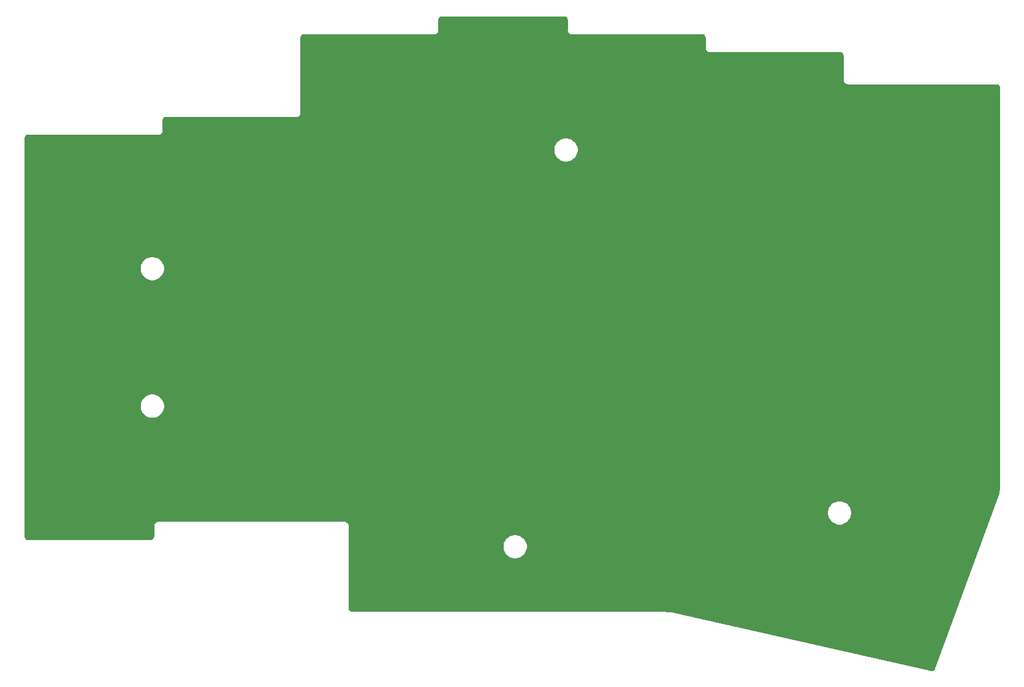
<source format=gbr>
%TF.GenerationSoftware,KiCad,Pcbnew,(5.1.10)-1*%
%TF.CreationDate,2021-08-29T08:26:45+09:00*%
%TF.ProjectId,bottom_pcb,626f7474-6f6d-45f7-9063-622e6b696361,rev?*%
%TF.SameCoordinates,Original*%
%TF.FileFunction,Copper,L2,Bot*%
%TF.FilePolarity,Positive*%
%FSLAX46Y46*%
G04 Gerber Fmt 4.6, Leading zero omitted, Abs format (unit mm)*
G04 Created by KiCad (PCBNEW (5.1.10)-1) date 2021-08-29 08:26:45*
%MOMM*%
%LPD*%
G01*
G04 APERTURE LIST*
%TA.AperFunction,NonConductor*%
%ADD10C,0.254000*%
%TD*%
%TA.AperFunction,NonConductor*%
%ADD11C,0.100000*%
%TD*%
G04 APERTURE END LIST*
D10*
X95526689Y-18569501D02*
X95617066Y-18578363D01*
X95670615Y-18594530D01*
X95719998Y-18620788D01*
X95763346Y-18656141D01*
X95799001Y-18699240D01*
X95825602Y-18748437D01*
X95842143Y-18801875D01*
X95851402Y-18889964D01*
X95851401Y-20301122D01*
X95847966Y-20336000D01*
X95861674Y-20475184D01*
X95902273Y-20609020D01*
X95968201Y-20732363D01*
X96056926Y-20840475D01*
X96133713Y-20903492D01*
X96165038Y-20929200D01*
X96288381Y-20995128D01*
X96422217Y-21035727D01*
X96561401Y-21049435D01*
X96596278Y-21046000D01*
X114576679Y-21046000D01*
X114667066Y-21054863D01*
X114720615Y-21071030D01*
X114769998Y-21097288D01*
X114813346Y-21132641D01*
X114849001Y-21175740D01*
X114875602Y-21224937D01*
X114892143Y-21278375D01*
X114901402Y-21366464D01*
X114901401Y-22777632D01*
X114897967Y-22812500D01*
X114901401Y-22847369D01*
X114901401Y-22847376D01*
X114911674Y-22951683D01*
X114952273Y-23085519D01*
X115018201Y-23208862D01*
X115106926Y-23316974D01*
X115215038Y-23405700D01*
X115338381Y-23471628D01*
X115472217Y-23512227D01*
X115611401Y-23525935D01*
X115646288Y-23522499D01*
X133626679Y-23522501D01*
X133717066Y-23531364D01*
X133770615Y-23547531D01*
X133819999Y-23573789D01*
X133863346Y-23609142D01*
X133898998Y-23652237D01*
X133925600Y-23701438D01*
X133942142Y-23754877D01*
X133951401Y-23842964D01*
X133951400Y-27191565D01*
X133947965Y-27226442D01*
X133961673Y-27365626D01*
X134002272Y-27499462D01*
X134068200Y-27622805D01*
X134156925Y-27730917D01*
X134235861Y-27795698D01*
X134265037Y-27819642D01*
X134388380Y-27885570D01*
X134522216Y-27926169D01*
X134661400Y-27939877D01*
X134696277Y-27936442D01*
X155230652Y-27936442D01*
X155321039Y-27945305D01*
X155374588Y-27961472D01*
X155423971Y-27987730D01*
X155467319Y-28023083D01*
X155502974Y-28066182D01*
X155529575Y-28115379D01*
X155546116Y-28168817D01*
X155555375Y-28256906D01*
X155555374Y-83839067D01*
X155526735Y-84131151D01*
X155468252Y-84340613D01*
X146640440Y-108594838D01*
X146601200Y-108676738D01*
X146567692Y-108721528D01*
X146526124Y-108758957D01*
X146478085Y-108787593D01*
X146425389Y-108806358D01*
X146370051Y-108814529D01*
X146292756Y-108810749D01*
X146279161Y-108808214D01*
X111060923Y-100857619D01*
X111045321Y-100855677D01*
X110280388Y-100718239D01*
X110273384Y-100717455D01*
X110266514Y-100715888D01*
X110202506Y-100708651D01*
X109023519Y-100629304D01*
X109000092Y-100626976D01*
X66163378Y-100589408D01*
X66072989Y-100580466D01*
X66019455Y-100564252D01*
X65970094Y-100537951D01*
X65926777Y-100502559D01*
X65891164Y-100459433D01*
X65864601Y-100410202D01*
X65848108Y-100356757D01*
X65838901Y-100268416D01*
X65838901Y-91599317D01*
X86961800Y-91599317D01*
X86961800Y-91941083D01*
X87028475Y-92276281D01*
X87159263Y-92592031D01*
X87349137Y-92876198D01*
X87590802Y-93117863D01*
X87874969Y-93307737D01*
X88190719Y-93438525D01*
X88525917Y-93505200D01*
X88867683Y-93505200D01*
X89202881Y-93438525D01*
X89518631Y-93307737D01*
X89802798Y-93117863D01*
X90044463Y-92876198D01*
X90234337Y-92592031D01*
X90365125Y-92276281D01*
X90431800Y-91941083D01*
X90431800Y-91599317D01*
X90365125Y-91264119D01*
X90234337Y-90948369D01*
X90044463Y-90664202D01*
X89802798Y-90422537D01*
X89518631Y-90232663D01*
X89202881Y-90101875D01*
X88867683Y-90035200D01*
X88525917Y-90035200D01*
X88190719Y-90101875D01*
X87874969Y-90232663D01*
X87590802Y-90422537D01*
X87349137Y-90664202D01*
X87159263Y-90948369D01*
X87028475Y-91264119D01*
X86961800Y-91599317D01*
X65838901Y-91599317D01*
X65838901Y-88950877D01*
X65842336Y-88916000D01*
X65828628Y-88776816D01*
X65788029Y-88642980D01*
X65722101Y-88519637D01*
X65633376Y-88411525D01*
X65525264Y-88322800D01*
X65401921Y-88256872D01*
X65268085Y-88216273D01*
X65163778Y-88206000D01*
X65128901Y-88202565D01*
X65094024Y-88206000D01*
X39446278Y-88206000D01*
X39411401Y-88202565D01*
X39376524Y-88206000D01*
X39272217Y-88216273D01*
X39138381Y-88256872D01*
X39015038Y-88322800D01*
X38906926Y-88411525D01*
X38818201Y-88519637D01*
X38752273Y-88642980D01*
X38711674Y-88776816D01*
X38697966Y-88916000D01*
X38701402Y-88950887D01*
X38701401Y-90357789D01*
X38692540Y-90448165D01*
X38676372Y-90501714D01*
X38650113Y-90551100D01*
X38614762Y-90594445D01*
X38571666Y-90630097D01*
X38522459Y-90656703D01*
X38469026Y-90673243D01*
X38380946Y-90682501D01*
X21396133Y-90682501D01*
X21305738Y-90673638D01*
X21252188Y-90657470D01*
X21202805Y-90631212D01*
X21159455Y-90595857D01*
X21123803Y-90552761D01*
X21097201Y-90503563D01*
X21080660Y-90450125D01*
X21071402Y-90362045D01*
X21071402Y-86925717D01*
X131792800Y-86925717D01*
X131792800Y-87267483D01*
X131859475Y-87602681D01*
X131990263Y-87918431D01*
X132180137Y-88202598D01*
X132421802Y-88444263D01*
X132705969Y-88634137D01*
X133021719Y-88764925D01*
X133356917Y-88831600D01*
X133698683Y-88831600D01*
X134033881Y-88764925D01*
X134349631Y-88634137D01*
X134633798Y-88444263D01*
X134875463Y-88202598D01*
X135065337Y-87918431D01*
X135196125Y-87602681D01*
X135262800Y-87267483D01*
X135262800Y-86925717D01*
X135196125Y-86590519D01*
X135065337Y-86274769D01*
X134875463Y-85990602D01*
X134633798Y-85748937D01*
X134349631Y-85559063D01*
X134033881Y-85428275D01*
X133698683Y-85361600D01*
X133356917Y-85361600D01*
X133021719Y-85428275D01*
X132705969Y-85559063D01*
X132421802Y-85748937D01*
X132180137Y-85990602D01*
X131990263Y-86274769D01*
X131859475Y-86590519D01*
X131792800Y-86925717D01*
X21071402Y-86925717D01*
X21071402Y-72168317D01*
X36843800Y-72168317D01*
X36843800Y-72510083D01*
X36910475Y-72845281D01*
X37041263Y-73161031D01*
X37231137Y-73445198D01*
X37472802Y-73686863D01*
X37756969Y-73876737D01*
X38072719Y-74007525D01*
X38407917Y-74074200D01*
X38749683Y-74074200D01*
X39084881Y-74007525D01*
X39400631Y-73876737D01*
X39684798Y-73686863D01*
X39926463Y-73445198D01*
X40116337Y-73161031D01*
X40247125Y-72845281D01*
X40313800Y-72510083D01*
X40313800Y-72168317D01*
X40247125Y-71833119D01*
X40116337Y-71517369D01*
X39926463Y-71233202D01*
X39684798Y-70991537D01*
X39400631Y-70801663D01*
X39084881Y-70670875D01*
X38749683Y-70604200D01*
X38407917Y-70604200D01*
X38072719Y-70670875D01*
X37756969Y-70801663D01*
X37472802Y-70991537D01*
X37231137Y-71233202D01*
X37041263Y-71517369D01*
X36910475Y-71833119D01*
X36843800Y-72168317D01*
X21071402Y-72168317D01*
X21071401Y-53143717D01*
X36843800Y-53143717D01*
X36843800Y-53485483D01*
X36910475Y-53820681D01*
X37041263Y-54136431D01*
X37231137Y-54420598D01*
X37472802Y-54662263D01*
X37756969Y-54852137D01*
X38072719Y-54982925D01*
X38407917Y-55049600D01*
X38749683Y-55049600D01*
X39084881Y-54982925D01*
X39400631Y-54852137D01*
X39684798Y-54662263D01*
X39926463Y-54420598D01*
X40116337Y-54136431D01*
X40247125Y-53820681D01*
X40313800Y-53485483D01*
X40313800Y-53143717D01*
X40247125Y-52808519D01*
X40116337Y-52492769D01*
X39926463Y-52208602D01*
X39684798Y-51966937D01*
X39400631Y-51777063D01*
X39084881Y-51646275D01*
X38749683Y-51579600D01*
X38407917Y-51579600D01*
X38072719Y-51646275D01*
X37756969Y-51777063D01*
X37472802Y-51966937D01*
X37231137Y-52208602D01*
X37041263Y-52492769D01*
X36910475Y-52808519D01*
X36843800Y-53143717D01*
X21071401Y-53143717D01*
X21071401Y-36735317D01*
X93993800Y-36735317D01*
X93993800Y-37077083D01*
X94060475Y-37412281D01*
X94191263Y-37728031D01*
X94381137Y-38012198D01*
X94622802Y-38253863D01*
X94906969Y-38443737D01*
X95222719Y-38574525D01*
X95557917Y-38641200D01*
X95899683Y-38641200D01*
X96234881Y-38574525D01*
X96550631Y-38443737D01*
X96834798Y-38253863D01*
X97076463Y-38012198D01*
X97266337Y-37728031D01*
X97397125Y-37412281D01*
X97463800Y-37077083D01*
X97463800Y-36735317D01*
X97397125Y-36400119D01*
X97266337Y-36084369D01*
X97076463Y-35800202D01*
X96834798Y-35558537D01*
X96550631Y-35368663D01*
X96234881Y-35237875D01*
X95899683Y-35171200D01*
X95557917Y-35171200D01*
X95222719Y-35237875D01*
X94906969Y-35368663D01*
X94622802Y-35558537D01*
X94381137Y-35800202D01*
X94191263Y-36084369D01*
X94060475Y-36400119D01*
X93993800Y-36735317D01*
X21071401Y-36735317D01*
X21071400Y-35277232D01*
X21080264Y-35186835D01*
X21096431Y-35133286D01*
X21122689Y-35083903D01*
X21158042Y-35040555D01*
X21201141Y-35004900D01*
X21250338Y-34978299D01*
X21303776Y-34961758D01*
X21391856Y-34952500D01*
X39376532Y-34952500D01*
X39411401Y-34955934D01*
X39446268Y-34952500D01*
X39446278Y-34952500D01*
X39550585Y-34942227D01*
X39684421Y-34901628D01*
X39807764Y-34835700D01*
X39915876Y-34746975D01*
X40004601Y-34638863D01*
X40070529Y-34515520D01*
X40111128Y-34381684D01*
X40124836Y-34242500D01*
X40121401Y-34207622D01*
X40121399Y-32800730D01*
X40130263Y-32710334D01*
X40146430Y-32656785D01*
X40172687Y-32607402D01*
X40208041Y-32564054D01*
X40251138Y-32528402D01*
X40300338Y-32501799D01*
X40353775Y-32485258D01*
X40441856Y-32476000D01*
X58426533Y-32476000D01*
X58461400Y-32479434D01*
X58496269Y-32476000D01*
X58496277Y-32476000D01*
X58600584Y-32465727D01*
X58734420Y-32425128D01*
X58857763Y-32359200D01*
X58965875Y-32270475D01*
X59054600Y-32162363D01*
X59120528Y-32039020D01*
X59161127Y-31905184D01*
X59174835Y-31766000D01*
X59171399Y-31731113D01*
X59171401Y-21370711D01*
X59180263Y-21280334D01*
X59196430Y-21226785D01*
X59222687Y-21177402D01*
X59258041Y-21134054D01*
X59301138Y-21098402D01*
X59350338Y-21071799D01*
X59403775Y-21055258D01*
X59491856Y-21046000D01*
X77476524Y-21046000D01*
X77511401Y-21049435D01*
X77546278Y-21046000D01*
X77650585Y-21035727D01*
X77784421Y-20995128D01*
X77907764Y-20929200D01*
X78015876Y-20840475D01*
X78104601Y-20732363D01*
X78170529Y-20609020D01*
X78211128Y-20475184D01*
X78224836Y-20336000D01*
X78221401Y-20301123D01*
X78221401Y-18894210D01*
X78230263Y-18803834D01*
X78246430Y-18750285D01*
X78272687Y-18700902D01*
X78308041Y-18657554D01*
X78351138Y-18621902D01*
X78400338Y-18595299D01*
X78453775Y-18578758D01*
X78541865Y-18569499D01*
X95526689Y-18569501D01*
%TA.AperFunction,NonConductor*%
D11*
G36*
X95526689Y-18569501D02*
G01*
X95617066Y-18578363D01*
X95670615Y-18594530D01*
X95719998Y-18620788D01*
X95763346Y-18656141D01*
X95799001Y-18699240D01*
X95825602Y-18748437D01*
X95842143Y-18801875D01*
X95851402Y-18889964D01*
X95851401Y-20301122D01*
X95847966Y-20336000D01*
X95861674Y-20475184D01*
X95902273Y-20609020D01*
X95968201Y-20732363D01*
X96056926Y-20840475D01*
X96133713Y-20903492D01*
X96165038Y-20929200D01*
X96288381Y-20995128D01*
X96422217Y-21035727D01*
X96561401Y-21049435D01*
X96596278Y-21046000D01*
X114576679Y-21046000D01*
X114667066Y-21054863D01*
X114720615Y-21071030D01*
X114769998Y-21097288D01*
X114813346Y-21132641D01*
X114849001Y-21175740D01*
X114875602Y-21224937D01*
X114892143Y-21278375D01*
X114901402Y-21366464D01*
X114901401Y-22777632D01*
X114897967Y-22812500D01*
X114901401Y-22847369D01*
X114901401Y-22847376D01*
X114911674Y-22951683D01*
X114952273Y-23085519D01*
X115018201Y-23208862D01*
X115106926Y-23316974D01*
X115215038Y-23405700D01*
X115338381Y-23471628D01*
X115472217Y-23512227D01*
X115611401Y-23525935D01*
X115646288Y-23522499D01*
X133626679Y-23522501D01*
X133717066Y-23531364D01*
X133770615Y-23547531D01*
X133819999Y-23573789D01*
X133863346Y-23609142D01*
X133898998Y-23652237D01*
X133925600Y-23701438D01*
X133942142Y-23754877D01*
X133951401Y-23842964D01*
X133951400Y-27191565D01*
X133947965Y-27226442D01*
X133961673Y-27365626D01*
X134002272Y-27499462D01*
X134068200Y-27622805D01*
X134156925Y-27730917D01*
X134235861Y-27795698D01*
X134265037Y-27819642D01*
X134388380Y-27885570D01*
X134522216Y-27926169D01*
X134661400Y-27939877D01*
X134696277Y-27936442D01*
X155230652Y-27936442D01*
X155321039Y-27945305D01*
X155374588Y-27961472D01*
X155423971Y-27987730D01*
X155467319Y-28023083D01*
X155502974Y-28066182D01*
X155529575Y-28115379D01*
X155546116Y-28168817D01*
X155555375Y-28256906D01*
X155555374Y-83839067D01*
X155526735Y-84131151D01*
X155468252Y-84340613D01*
X146640440Y-108594838D01*
X146601200Y-108676738D01*
X146567692Y-108721528D01*
X146526124Y-108758957D01*
X146478085Y-108787593D01*
X146425389Y-108806358D01*
X146370051Y-108814529D01*
X146292756Y-108810749D01*
X146279161Y-108808214D01*
X111060923Y-100857619D01*
X111045321Y-100855677D01*
X110280388Y-100718239D01*
X110273384Y-100717455D01*
X110266514Y-100715888D01*
X110202506Y-100708651D01*
X109023519Y-100629304D01*
X109000092Y-100626976D01*
X66163378Y-100589408D01*
X66072989Y-100580466D01*
X66019455Y-100564252D01*
X65970094Y-100537951D01*
X65926777Y-100502559D01*
X65891164Y-100459433D01*
X65864601Y-100410202D01*
X65848108Y-100356757D01*
X65838901Y-100268416D01*
X65838901Y-91599317D01*
X86961800Y-91599317D01*
X86961800Y-91941083D01*
X87028475Y-92276281D01*
X87159263Y-92592031D01*
X87349137Y-92876198D01*
X87590802Y-93117863D01*
X87874969Y-93307737D01*
X88190719Y-93438525D01*
X88525917Y-93505200D01*
X88867683Y-93505200D01*
X89202881Y-93438525D01*
X89518631Y-93307737D01*
X89802798Y-93117863D01*
X90044463Y-92876198D01*
X90234337Y-92592031D01*
X90365125Y-92276281D01*
X90431800Y-91941083D01*
X90431800Y-91599317D01*
X90365125Y-91264119D01*
X90234337Y-90948369D01*
X90044463Y-90664202D01*
X89802798Y-90422537D01*
X89518631Y-90232663D01*
X89202881Y-90101875D01*
X88867683Y-90035200D01*
X88525917Y-90035200D01*
X88190719Y-90101875D01*
X87874969Y-90232663D01*
X87590802Y-90422537D01*
X87349137Y-90664202D01*
X87159263Y-90948369D01*
X87028475Y-91264119D01*
X86961800Y-91599317D01*
X65838901Y-91599317D01*
X65838901Y-88950877D01*
X65842336Y-88916000D01*
X65828628Y-88776816D01*
X65788029Y-88642980D01*
X65722101Y-88519637D01*
X65633376Y-88411525D01*
X65525264Y-88322800D01*
X65401921Y-88256872D01*
X65268085Y-88216273D01*
X65163778Y-88206000D01*
X65128901Y-88202565D01*
X65094024Y-88206000D01*
X39446278Y-88206000D01*
X39411401Y-88202565D01*
X39376524Y-88206000D01*
X39272217Y-88216273D01*
X39138381Y-88256872D01*
X39015038Y-88322800D01*
X38906926Y-88411525D01*
X38818201Y-88519637D01*
X38752273Y-88642980D01*
X38711674Y-88776816D01*
X38697966Y-88916000D01*
X38701402Y-88950887D01*
X38701401Y-90357789D01*
X38692540Y-90448165D01*
X38676372Y-90501714D01*
X38650113Y-90551100D01*
X38614762Y-90594445D01*
X38571666Y-90630097D01*
X38522459Y-90656703D01*
X38469026Y-90673243D01*
X38380946Y-90682501D01*
X21396133Y-90682501D01*
X21305738Y-90673638D01*
X21252188Y-90657470D01*
X21202805Y-90631212D01*
X21159455Y-90595857D01*
X21123803Y-90552761D01*
X21097201Y-90503563D01*
X21080660Y-90450125D01*
X21071402Y-90362045D01*
X21071402Y-86925717D01*
X131792800Y-86925717D01*
X131792800Y-87267483D01*
X131859475Y-87602681D01*
X131990263Y-87918431D01*
X132180137Y-88202598D01*
X132421802Y-88444263D01*
X132705969Y-88634137D01*
X133021719Y-88764925D01*
X133356917Y-88831600D01*
X133698683Y-88831600D01*
X134033881Y-88764925D01*
X134349631Y-88634137D01*
X134633798Y-88444263D01*
X134875463Y-88202598D01*
X135065337Y-87918431D01*
X135196125Y-87602681D01*
X135262800Y-87267483D01*
X135262800Y-86925717D01*
X135196125Y-86590519D01*
X135065337Y-86274769D01*
X134875463Y-85990602D01*
X134633798Y-85748937D01*
X134349631Y-85559063D01*
X134033881Y-85428275D01*
X133698683Y-85361600D01*
X133356917Y-85361600D01*
X133021719Y-85428275D01*
X132705969Y-85559063D01*
X132421802Y-85748937D01*
X132180137Y-85990602D01*
X131990263Y-86274769D01*
X131859475Y-86590519D01*
X131792800Y-86925717D01*
X21071402Y-86925717D01*
X21071402Y-72168317D01*
X36843800Y-72168317D01*
X36843800Y-72510083D01*
X36910475Y-72845281D01*
X37041263Y-73161031D01*
X37231137Y-73445198D01*
X37472802Y-73686863D01*
X37756969Y-73876737D01*
X38072719Y-74007525D01*
X38407917Y-74074200D01*
X38749683Y-74074200D01*
X39084881Y-74007525D01*
X39400631Y-73876737D01*
X39684798Y-73686863D01*
X39926463Y-73445198D01*
X40116337Y-73161031D01*
X40247125Y-72845281D01*
X40313800Y-72510083D01*
X40313800Y-72168317D01*
X40247125Y-71833119D01*
X40116337Y-71517369D01*
X39926463Y-71233202D01*
X39684798Y-70991537D01*
X39400631Y-70801663D01*
X39084881Y-70670875D01*
X38749683Y-70604200D01*
X38407917Y-70604200D01*
X38072719Y-70670875D01*
X37756969Y-70801663D01*
X37472802Y-70991537D01*
X37231137Y-71233202D01*
X37041263Y-71517369D01*
X36910475Y-71833119D01*
X36843800Y-72168317D01*
X21071402Y-72168317D01*
X21071401Y-53143717D01*
X36843800Y-53143717D01*
X36843800Y-53485483D01*
X36910475Y-53820681D01*
X37041263Y-54136431D01*
X37231137Y-54420598D01*
X37472802Y-54662263D01*
X37756969Y-54852137D01*
X38072719Y-54982925D01*
X38407917Y-55049600D01*
X38749683Y-55049600D01*
X39084881Y-54982925D01*
X39400631Y-54852137D01*
X39684798Y-54662263D01*
X39926463Y-54420598D01*
X40116337Y-54136431D01*
X40247125Y-53820681D01*
X40313800Y-53485483D01*
X40313800Y-53143717D01*
X40247125Y-52808519D01*
X40116337Y-52492769D01*
X39926463Y-52208602D01*
X39684798Y-51966937D01*
X39400631Y-51777063D01*
X39084881Y-51646275D01*
X38749683Y-51579600D01*
X38407917Y-51579600D01*
X38072719Y-51646275D01*
X37756969Y-51777063D01*
X37472802Y-51966937D01*
X37231137Y-52208602D01*
X37041263Y-52492769D01*
X36910475Y-52808519D01*
X36843800Y-53143717D01*
X21071401Y-53143717D01*
X21071401Y-36735317D01*
X93993800Y-36735317D01*
X93993800Y-37077083D01*
X94060475Y-37412281D01*
X94191263Y-37728031D01*
X94381137Y-38012198D01*
X94622802Y-38253863D01*
X94906969Y-38443737D01*
X95222719Y-38574525D01*
X95557917Y-38641200D01*
X95899683Y-38641200D01*
X96234881Y-38574525D01*
X96550631Y-38443737D01*
X96834798Y-38253863D01*
X97076463Y-38012198D01*
X97266337Y-37728031D01*
X97397125Y-37412281D01*
X97463800Y-37077083D01*
X97463800Y-36735317D01*
X97397125Y-36400119D01*
X97266337Y-36084369D01*
X97076463Y-35800202D01*
X96834798Y-35558537D01*
X96550631Y-35368663D01*
X96234881Y-35237875D01*
X95899683Y-35171200D01*
X95557917Y-35171200D01*
X95222719Y-35237875D01*
X94906969Y-35368663D01*
X94622802Y-35558537D01*
X94381137Y-35800202D01*
X94191263Y-36084369D01*
X94060475Y-36400119D01*
X93993800Y-36735317D01*
X21071401Y-36735317D01*
X21071400Y-35277232D01*
X21080264Y-35186835D01*
X21096431Y-35133286D01*
X21122689Y-35083903D01*
X21158042Y-35040555D01*
X21201141Y-35004900D01*
X21250338Y-34978299D01*
X21303776Y-34961758D01*
X21391856Y-34952500D01*
X39376532Y-34952500D01*
X39411401Y-34955934D01*
X39446268Y-34952500D01*
X39446278Y-34952500D01*
X39550585Y-34942227D01*
X39684421Y-34901628D01*
X39807764Y-34835700D01*
X39915876Y-34746975D01*
X40004601Y-34638863D01*
X40070529Y-34515520D01*
X40111128Y-34381684D01*
X40124836Y-34242500D01*
X40121401Y-34207622D01*
X40121399Y-32800730D01*
X40130263Y-32710334D01*
X40146430Y-32656785D01*
X40172687Y-32607402D01*
X40208041Y-32564054D01*
X40251138Y-32528402D01*
X40300338Y-32501799D01*
X40353775Y-32485258D01*
X40441856Y-32476000D01*
X58426533Y-32476000D01*
X58461400Y-32479434D01*
X58496269Y-32476000D01*
X58496277Y-32476000D01*
X58600584Y-32465727D01*
X58734420Y-32425128D01*
X58857763Y-32359200D01*
X58965875Y-32270475D01*
X59054600Y-32162363D01*
X59120528Y-32039020D01*
X59161127Y-31905184D01*
X59174835Y-31766000D01*
X59171399Y-31731113D01*
X59171401Y-21370711D01*
X59180263Y-21280334D01*
X59196430Y-21226785D01*
X59222687Y-21177402D01*
X59258041Y-21134054D01*
X59301138Y-21098402D01*
X59350338Y-21071799D01*
X59403775Y-21055258D01*
X59491856Y-21046000D01*
X77476524Y-21046000D01*
X77511401Y-21049435D01*
X77546278Y-21046000D01*
X77650585Y-21035727D01*
X77784421Y-20995128D01*
X77907764Y-20929200D01*
X78015876Y-20840475D01*
X78104601Y-20732363D01*
X78170529Y-20609020D01*
X78211128Y-20475184D01*
X78224836Y-20336000D01*
X78221401Y-20301123D01*
X78221401Y-18894210D01*
X78230263Y-18803834D01*
X78246430Y-18750285D01*
X78272687Y-18700902D01*
X78308041Y-18657554D01*
X78351138Y-18621902D01*
X78400338Y-18595299D01*
X78453775Y-18578758D01*
X78541865Y-18569499D01*
X95526689Y-18569501D01*
G37*
%TD.AperFunction*%
M02*

</source>
